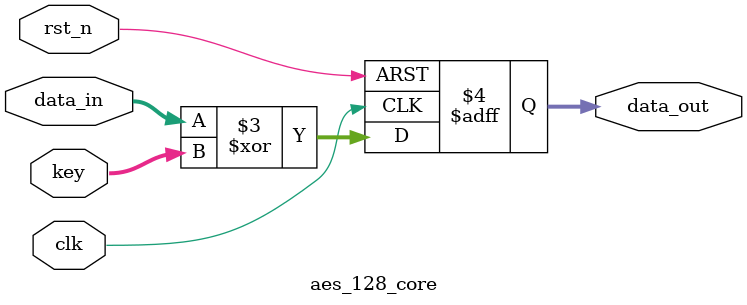
<source format=v>
module aes_128_cbc(
    input wire clk,
    input wire rst_n,
    input wire [127:0] plaintext,
    input wire [127:0] key,
    input wire [127:0] iv,
    output reg [127:0] ciphertext
);

    wire [127:0] aes_output;
    reg [127:0] prev_cipher_block;
    reg [127:0] xor_input;

    // AES encryption core instance (simplified version)
    aes_128_core aes_core(
        .clk(clk),
        .rst_n(rst_n),
        .data_in(xor_input),
        .key(key),
        .data_out(aes_output)
    );

    always @(posedge clk or negedge rst_n) begin
        if (!rst_n) begin
            prev_cipher_block <= iv;  // Initialize with IV
            ciphertext <= 0;
        end else begin
            xor_input <= plaintext ^ prev_cipher_block;  // XOR with previous ciphertext (or IV initially)
            ciphertext <= aes_output;                    // Get AES encrypted output
            prev_cipher_block <= aes_output;             // Update previous cipher block
        end
    end

endmodule

// Simplified AES core (dummy example, replace with full AES core)
module aes_128_core(
    input wire clk,
    input wire rst_n,
    input wire [127:0] data_in,
    input wire [127:0] key,
    output reg [127:0] data_out
);

    always @(posedge clk or negedge rst_n) begin
        if (!rst_n) begin
            data_out <= 128'h0;
        end else begin
            // Here we should have AES encryption logic
            // For now, we'll just pass the input through for testing
            data_out <= data_in ^ key; // Dummy encryption for testing
        end
    end

endmodule


</source>
